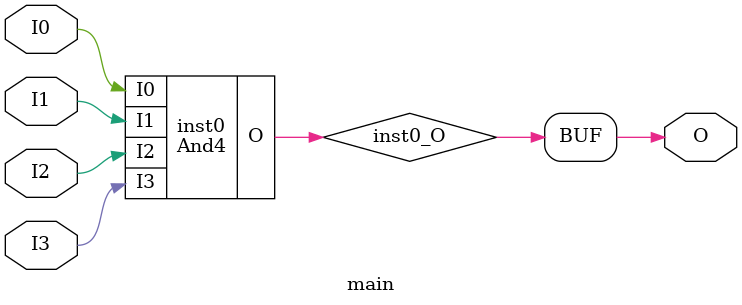
<source format=v>
module And4 (input  I0, input  I1, input  I2, input  I3, output  O);
wire  inst0_0;
and inst0 (inst0_0, I0, I1, I2, I3);
assign O = inst0_0;
endmodule

module main (input  I0, input  I1, input  I2, input  I3, output  O);
wire  inst0_O;
And4 inst0 (.I0(I0), .I1(I1), .I2(I2), .I3(I3), .O(inst0_O));
assign O = inst0_O;
endmodule


</source>
